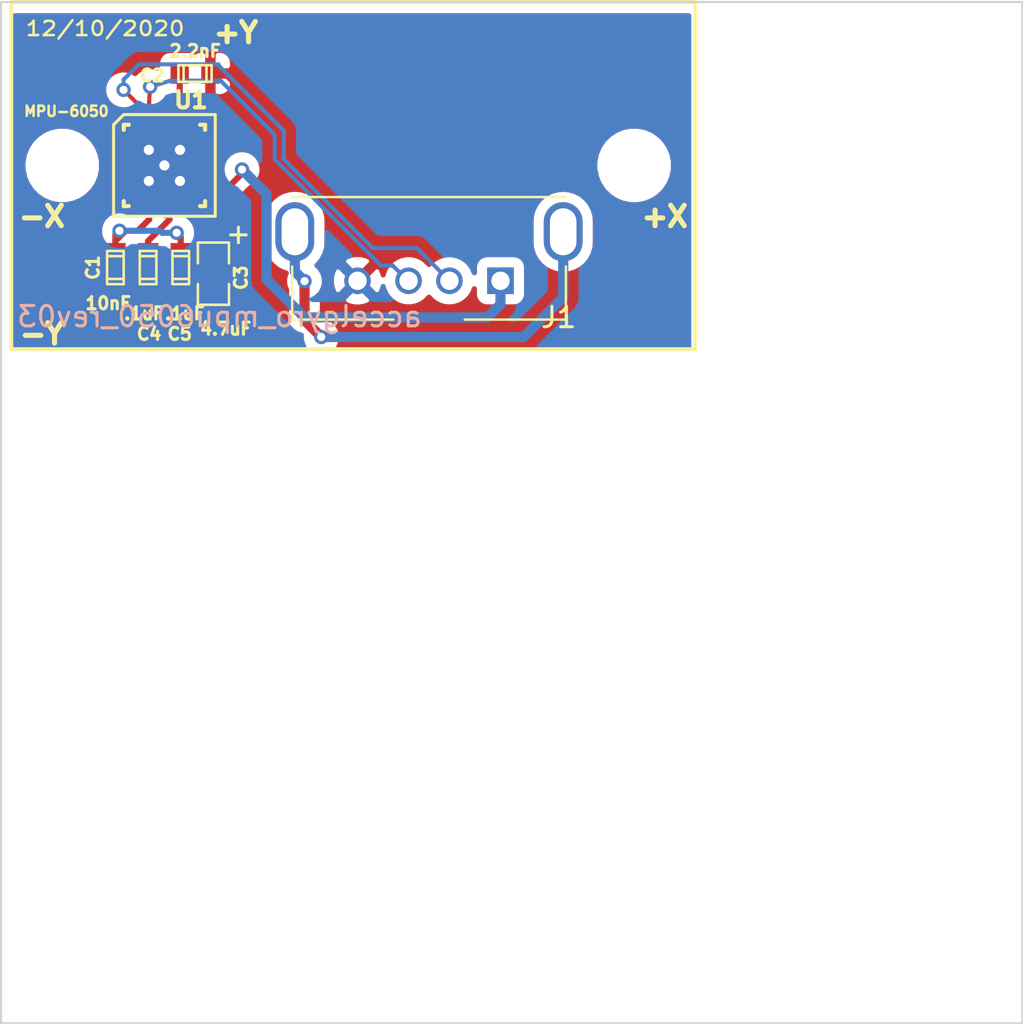
<source format=kicad_pcb>
(kicad_pcb (version 20171130) (host pcbnew 5.1.5-52549c5~86~ubuntu18.04.1)

  (general
    (thickness 1.6)
    (drawings 14)
    (tracks 98)
    (zones 0)
    (modules 9)
    (nets 8)
  )

  (page A)
  (layers
    (0 F.Cu signal)
    (31 B.Cu signal)
    (32 B.Adhes user)
    (33 F.Adhes user)
    (34 B.Paste user)
    (35 F.Paste user)
    (36 B.SilkS user)
    (37 F.SilkS user)
    (38 B.Mask user)
    (39 F.Mask user)
    (40 Dwgs.User user)
    (41 Cmts.User user)
    (42 Eco1.User user)
    (43 Eco2.User user)
    (44 Edge.Cuts user)
  )

  (setup
    (last_trace_width 0.5)
    (user_trace_width 0.1)
    (user_trace_width 0.15)
    (user_trace_width 0.2)
    (user_trace_width 0.25)
    (user_trace_width 0.3)
    (user_trace_width 0.35)
    (user_trace_width 0.4)
    (user_trace_width 0.5)
    (user_trace_width 0.6)
    (user_trace_width 0.7)
    (user_trace_width 0.8)
    (user_trace_width 1)
    (trace_clearance 0.05)
    (zone_clearance 0.5)
    (zone_45_only no)
    (trace_min 0.1)
    (via_size 0.7)
    (via_drill 0.4)
    (via_min_size 0.7)
    (via_min_drill 0.4)
    (uvia_size 0.4)
    (uvia_drill 0.127)
    (uvias_allowed no)
    (uvia_min_size 0.4)
    (uvia_min_drill 0.127)
    (edge_width 0.1)
    (segment_width 0.2)
    (pcb_text_width 0.3)
    (pcb_text_size 1.5 1.5)
    (mod_edge_width 0.15)
    (mod_text_size 1 1)
    (mod_text_width 0.15)
    (pad_size 0.6 0.6)
    (pad_drill 0.3)
    (pad_to_mask_clearance 0)
    (aux_axis_origin 0 0)
    (visible_elements 7FFFFFFF)
    (pcbplotparams
      (layerselection 0x000fc_80000001)
      (usegerberextensions true)
      (usegerberattributes false)
      (usegerberadvancedattributes false)
      (creategerberjobfile false)
      (excludeedgelayer true)
      (linewidth 0.150000)
      (plotframeref false)
      (viasonmask false)
      (mode 1)
      (useauxorigin false)
      (hpglpennumber 1)
      (hpglpenspeed 20)
      (hpglpendiameter 15.000000)
      (psnegative false)
      (psa4output false)
      (plotreference true)
      (plotvalue true)
      (plotinvisibletext false)
      (padsonsilk false)
      (subtractmaskfromsilk false)
      (outputformat 1)
      (mirror false)
      (drillshape 0)
      (scaleselection 1)
      (outputdirectory "PCB/"))
  )

  (net 0 "")
  (net 1 GND)
  (net 2 SCL)
  (net 3 SDA)
  (net 4 Vdd)
  (net 5 "Net-(C2-Pad1)")
  (net 6 "Net-(C4-Pad1)")
  (net 7 "Net-(J1-Pad5)")

  (net_class Default "This is the default net class."
    (clearance 0.05)
    (trace_width 0.5)
    (via_dia 0.7)
    (via_drill 0.4)
    (uvia_dia 0.4)
    (uvia_drill 0.127)
    (add_net GND)
    (add_net "Net-(C2-Pad1)")
    (add_net "Net-(C4-Pad1)")
    (add_net "Net-(J1-Pad5)")
    (add_net SCL)
    (add_net SDA)
    (add_net Vdd)
  )

  (module ted_connectors:TED_USB_A_VERTICAL (layer F.Cu) (tedit 5FD3189F) (tstamp 5FD320AB)
    (at 155.956 104.648 180)
    (descr https://www.molex.com/pdm_docs/sd/1050570001_sd.pdf)
    (tags "USB A Vertical")
    (path /60286078)
    (fp_text reference J1 (at -6.35 -2.794) (layer F.SilkS)
      (effects (font (size 1 1) (thickness 0.15)))
    )
    (fp_text value USB_A (at 0 4.4) (layer F.Fab)
      (effects (font (size 1 1) (thickness 0.15)))
    )
    (fp_text user %R (at -0.05 -0.15) (layer F.Fab)
      (effects (font (size 1 1) (thickness 0.15)))
    )
    (fp_line (start -6.55 -2.76) (end 6.55 -2.76) (layer F.Fab) (width 0.1))
    (fp_line (start 6.55 -2.76) (end 6.55 2.96) (layer F.Fab) (width 0.1))
    (fp_line (start -6.55 2.96) (end -6.55 -2.76) (layer F.Fab) (width 0.1))
    (fp_line (start 8.02 -4.23) (end 8.02 3.46) (layer F.CrtYd) (width 0.05))
    (fp_line (start 8.02 3.46) (end -8.02 3.46) (layer F.CrtYd) (width 0.05))
    (fp_line (start -8.02 3.46) (end -8.02 -4.23) (layer F.CrtYd) (width 0.05))
    (fp_line (start -8.02 -4.23) (end 8.02 -4.23) (layer F.CrtYd) (width 0.05))
    (fp_line (start -4.15 2.96) (end -3.5 2.2) (layer F.Fab) (width 0.1))
    (fp_line (start -3.5 2.2) (end -2.85 2.96) (layer F.Fab) (width 0.1))
    (fp_line (start -4.15 2.96) (end -6.55 2.96) (layer F.Fab) (width 0.1))
    (fp_line (start 6.55 2.96) (end -2.85 2.96) (layer F.Fab) (width 0.1))
    (fp_line (start -6.7 -2.9) (end -1.75 -2.9) (layer F.SilkS) (width 0.12))
    (fp_line (start -6.7 -2.9) (end -6.7 -0.3) (layer F.SilkS) (width 0.12))
    (fp_line (start 6.7 -2.9) (end 6.7 -0.3) (layer F.SilkS) (width 0.12))
    (fp_line (start 6.7 -2.9) (end 1.75 -2.9) (layer F.SilkS) (width 0.12))
    (fp_line (start 6.7 3.1) (end -6.7 3.1) (layer F.SilkS) (width 0.12))
    (pad 1 thru_hole rect (at -3.5 -1 180) (size 1.3 1.3) (drill 0.9) (layers *.Cu *.Mask)
      (net 4 Vdd))
    (pad 2 thru_hole circle (at -1 -1 180) (size 1.3 1.3) (drill 0.9) (layers *.Cu *.Mask)
      (net 3 SDA))
    (pad 3 thru_hole circle (at 1 -1 180) (size 1.3 1.3) (drill 0.9) (layers *.Cu *.Mask)
      (net 2 SCL))
    (pad 4 thru_hole circle (at 3.5 -1 180) (size 1.3 1.3) (drill 0.9) (layers *.Cu *.Mask)
      (net 1 GND))
    (pad 5 thru_hole oval (at -6.57 1.4) (size 1.9 2.9) (drill oval 1.3 2.3) (layers *.Cu *.Mask)
      (net 7 "Net-(J1-Pad5)"))
    (pad 5 thru_hole oval (at 6.57 1.4 180) (size 1.9 2.9) (drill oval 1.3 2.3) (layers *.Cu *.Mask)
      (net 7 "Net-(J1-Pad5)"))
    (model ${KISYS3DMOD}/Connector_USB.3dshapes/USB_A_Molex_105057_Vertical.wrl
      (at (xyz 0 0 0))
      (scale (xyz 1 1 1))
      (rotate (xyz 0 0 0))
    )
  )

  (module ted_holes:TED_Hole_2_6mm (layer F.Cu) (tedit 0) (tstamp 539CCC63)
    (at 138 100)
    (path /5365C78C)
    (fp_text reference H1 (at -0.05 -2.425) (layer F.SilkS) hide
      (effects (font (size 1 1) (thickness 0.15)))
    )
    (fp_text value HOLE (at 0.25 2.6) (layer F.SilkS) hide
      (effects (font (size 1 1) (thickness 0.15)))
    )
    (pad "" np_thru_hole circle (at 0 0) (size 2.6 2.6) (drill 2.6) (layers *.Cu *.Mask F.SilkS))
  )

  (module ted_holes:TED_Hole_2_6mm (layer F.Cu) (tedit 0) (tstamp 539CBF88)
    (at 166 100)
    (path /539CBE67)
    (fp_text reference H2 (at -0.05 -2.425) (layer F.SilkS) hide
      (effects (font (size 1 1) (thickness 0.15)))
    )
    (fp_text value HOLE (at 0.25 2.6) (layer F.SilkS) hide
      (effects (font (size 1 1) (thickness 0.15)))
    )
    (pad "" np_thru_hole circle (at 0 0) (size 2.6 2.6) (drill 2.6) (layers *.Cu *.Mask F.SilkS))
  )

  (module ted_capacitors:TED_SM0603_C (layer F.Cu) (tedit 5BF5AC07) (tstamp 566C9EAA)
    (at 140.6 105 270)
    (descr "SMT capacitor, 0603")
    (path /52959381)
    (fp_text reference C1 (at 0 1.1 270) (layer F.SilkS)
      (effects (font (size 0.6 0.6) (thickness 0.15)))
    )
    (fp_text value 10nF (at 1.75 0.35) (layer F.SilkS)
      (effects (font (size 0.6 0.6) (thickness 0.15)))
    )
    (fp_line (start 0.5588 0.4064) (end 0.5588 -0.4064) (layer F.SilkS) (width 0.127))
    (fp_line (start -0.5588 -0.381) (end -0.5588 0.4064) (layer F.SilkS) (width 0.127))
    (fp_line (start -0.8128 -0.4064) (end 0.8128 -0.4064) (layer F.SilkS) (width 0.127))
    (fp_line (start 0.8128 -0.4064) (end 0.8128 0.4064) (layer F.SilkS) (width 0.127))
    (fp_line (start 0.8128 0.4064) (end -0.8128 0.4064) (layer F.SilkS) (width 0.127))
    (fp_line (start -0.8128 0.4064) (end -0.8128 -0.4064) (layer F.SilkS) (width 0.127))
    (pad 2 smd rect (at 0.75184 0 270) (size 0.89916 1.00076) (layers F.Cu F.Paste F.Mask)
      (net 1 GND) (clearance 0.1))
    (pad 1 smd rect (at -0.75184 0 270) (size 0.89916 1.00076) (layers F.Cu F.Paste F.Mask)
      (net 4 Vdd) (clearance 0.1))
    (model smd/capacitors/c_0603.wrl
      (at (xyz 0 0 0))
      (scale (xyz 1 1 1))
      (rotate (xyz 0 0 0))
    )
  )

  (module ted_capacitors:TED_SM0603_C (layer F.Cu) (tedit 5BF5AA08) (tstamp 566C9EB5)
    (at 144.5 95.5)
    (descr "SMT capacitor, 0603")
    (path /57C66146)
    (fp_text reference C2 (at -2.1 0.1) (layer F.SilkS)
      (effects (font (size 0.6 0.6) (thickness 0.15)))
    )
    (fp_text value 2.2nF (at 0 -1.1 180) (layer F.SilkS)
      (effects (font (size 0.6 0.6) (thickness 0.15)))
    )
    (fp_line (start 0.5588 0.4064) (end 0.5588 -0.4064) (layer F.SilkS) (width 0.127))
    (fp_line (start -0.5588 -0.381) (end -0.5588 0.4064) (layer F.SilkS) (width 0.127))
    (fp_line (start -0.8128 -0.4064) (end 0.8128 -0.4064) (layer F.SilkS) (width 0.127))
    (fp_line (start 0.8128 -0.4064) (end 0.8128 0.4064) (layer F.SilkS) (width 0.127))
    (fp_line (start 0.8128 0.4064) (end -0.8128 0.4064) (layer F.SilkS) (width 0.127))
    (fp_line (start -0.8128 0.4064) (end -0.8128 -0.4064) (layer F.SilkS) (width 0.127))
    (pad 2 smd rect (at 0.75184 0) (size 0.89916 1.00076) (layers F.Cu F.Paste F.Mask)
      (net 1 GND) (clearance 0.1))
    (pad 1 smd rect (at -0.75184 0) (size 0.89916 1.00076) (layers F.Cu F.Paste F.Mask)
      (net 5 "Net-(C2-Pad1)") (clearance 0.1))
    (model smd/capacitors/c_0603.wrl
      (at (xyz 0 0 0))
      (scale (xyz 1 1 1))
      (rotate (xyz 0 0 0))
    )
  )

  (module ted_capacitors:TED_SM0603_C (layer F.Cu) (tedit 5BF5AC1D) (tstamp 566C9EC0)
    (at 142.2 105 270)
    (descr "SMT capacitor, 0603")
    (path /52A5541B)
    (fp_text reference C4 (at 3.25 -0.05) (layer F.SilkS)
      (effects (font (size 0.6 0.6) (thickness 0.15)))
    )
    (fp_text value .1uF (at 2.25 0.2) (layer F.SilkS)
      (effects (font (size 0.6 0.6) (thickness 0.15)))
    )
    (fp_line (start 0.5588 0.4064) (end 0.5588 -0.4064) (layer F.SilkS) (width 0.127))
    (fp_line (start -0.5588 -0.381) (end -0.5588 0.4064) (layer F.SilkS) (width 0.127))
    (fp_line (start -0.8128 -0.4064) (end 0.8128 -0.4064) (layer F.SilkS) (width 0.127))
    (fp_line (start 0.8128 -0.4064) (end 0.8128 0.4064) (layer F.SilkS) (width 0.127))
    (fp_line (start 0.8128 0.4064) (end -0.8128 0.4064) (layer F.SilkS) (width 0.127))
    (fp_line (start -0.8128 0.4064) (end -0.8128 -0.4064) (layer F.SilkS) (width 0.127))
    (pad 2 smd rect (at 0.75184 0 270) (size 0.89916 1.00076) (layers F.Cu F.Paste F.Mask)
      (net 1 GND) (clearance 0.1))
    (pad 1 smd rect (at -0.75184 0 270) (size 0.89916 1.00076) (layers F.Cu F.Paste F.Mask)
      (net 6 "Net-(C4-Pad1)") (clearance 0.1))
    (model smd/capacitors/c_0603.wrl
      (at (xyz 0 0 0))
      (scale (xyz 1 1 1))
      (rotate (xyz 0 0 0))
    )
  )

  (module ted_capacitors:TED_SM0603_C (layer F.Cu) (tedit 5BF5AC1A) (tstamp 57C79B6F)
    (at 143.8 105 270)
    (descr "SMT capacitor, 0603")
    (path /57C65F54)
    (fp_text reference C5 (at 3.25 0.05) (layer F.SilkS)
      (effects (font (size 0.6 0.6) (thickness 0.15)))
    )
    (fp_text value .1uF (at 2.25 -0.2) (layer F.SilkS)
      (effects (font (size 0.6 0.6) (thickness 0.15)))
    )
    (fp_line (start 0.5588 0.4064) (end 0.5588 -0.4064) (layer F.SilkS) (width 0.127))
    (fp_line (start -0.5588 -0.381) (end -0.5588 0.4064) (layer F.SilkS) (width 0.127))
    (fp_line (start -0.8128 -0.4064) (end 0.8128 -0.4064) (layer F.SilkS) (width 0.127))
    (fp_line (start 0.8128 -0.4064) (end 0.8128 0.4064) (layer F.SilkS) (width 0.127))
    (fp_line (start 0.8128 0.4064) (end -0.8128 0.4064) (layer F.SilkS) (width 0.127))
    (fp_line (start -0.8128 0.4064) (end -0.8128 -0.4064) (layer F.SilkS) (width 0.127))
    (pad 2 smd rect (at 0.75184 0 270) (size 0.89916 1.00076) (layers F.Cu F.Paste F.Mask)
      (net 1 GND) (clearance 0.1))
    (pad 1 smd rect (at -0.75184 0 270) (size 0.89916 1.00076) (layers F.Cu F.Paste F.Mask)
      (net 4 Vdd) (clearance 0.1))
    (model smd/capacitors/c_0603.wrl
      (at (xyz 0 0 0))
      (scale (xyz 1 1 1))
      (rotate (xyz 0 0 0))
    )
  )

  (module ted_ICs:TED_QFN24+1_NO_PASTE (layer F.Cu) (tedit 5BF5AA04) (tstamp 57C79B70)
    (at 143 100)
    (path /57C65137)
    (fp_text reference U1 (at 1.3 -3.2) (layer F.SilkS)
      (effects (font (size 0.8 0.8) (thickness 0.2)))
    )
    (fp_text value MPU-6050 (at -4.8 -2.65) (layer F.SilkS)
      (effects (font (size 0.5 0.5) (thickness 0.125)))
    )
    (fp_line (start -1.99136 -2.4892) (end 2.4892 -2.4892) (layer F.SilkS) (width 0.14986))
    (fp_line (start -2.4892 -1.99136) (end -2.4892 2.4892) (layer F.SilkS) (width 0.14986))
    (fp_line (start -2.4892 -1.99136) (end -1.99136 -2.4892) (layer F.SilkS) (width 0.14986))
    (fp_line (start -1.99136 -1.74244) (end -1.99136 -1.99136) (layer F.SilkS) (width 0.20066))
    (fp_line (start -1.99136 -1.99136) (end -1.74244 -1.99136) (layer F.SilkS) (width 0.20066))
    (fp_line (start -1.74244 1.99136) (end -1.99136 1.99136) (layer F.SilkS) (width 0.20066))
    (fp_line (start -1.99136 1.99136) (end -1.99136 1.74244) (layer F.SilkS) (width 0.20066))
    (fp_line (start 1.99136 1.74244) (end 1.99136 1.99136) (layer F.SilkS) (width 0.20066))
    (fp_line (start 1.99136 1.99136) (end 1.74244 1.99136) (layer F.SilkS) (width 0.20066))
    (fp_line (start 1.74244 -1.99136) (end 1.99136 -1.99136) (layer F.SilkS) (width 0.20066))
    (fp_line (start 1.99136 -1.99136) (end 1.99136 -1.74244) (layer F.SilkS) (width 0.20066))
    (fp_line (start 2.4892 2.4892) (end -2.4892 2.4892) (layer F.SilkS) (width 0.14986))
    (fp_line (start 2.4892 -2.4892) (end 2.4892 2.4892) (layer F.SilkS) (width 0.14986))
    (pad 25 smd rect (at 0 0 270) (size 2.49936 2.49936) (layers F.Cu F.Mask)
      (net 1 GND) (zone_connect 2))
    (pad 1 smd oval (at -1.99898 -1.24968) (size 0.8001 0.24892) (layers F.Cu F.Paste F.Mask)
      (net 1 GND))
    (pad 2 smd oval (at -1.99898 -0.7493) (size 0.8001 0.24892) (layers F.Cu F.Paste F.Mask))
    (pad 3 smd oval (at -1.99898 -0.24892) (size 0.8001 0.24892) (layers F.Cu F.Paste F.Mask))
    (pad 4 smd oval (at -1.99898 0.24892) (size 0.8001 0.24892) (layers F.Cu F.Paste F.Mask))
    (pad 5 smd oval (at -1.99898 0.7493) (size 0.8001 0.24892) (layers F.Cu F.Paste F.Mask))
    (pad 6 smd oval (at -1.99898 1.24968) (size 0.8001 0.24892) (layers F.Cu F.Paste F.Mask))
    (pad 7 smd oval (at -1.24968 1.99898 90) (size 0.8001 0.24892) (layers F.Cu F.Paste F.Mask))
    (pad 8 smd oval (at -0.7493 1.99898 90) (size 0.8001 0.24892) (layers F.Cu F.Paste F.Mask)
      (net 4 Vdd))
    (pad 9 smd oval (at -0.24892 1.99898 90) (size 0.8001 0.24892) (layers F.Cu F.Paste F.Mask)
      (net 1 GND))
    (pad 10 smd oval (at 0.24892 1.99898 90) (size 0.8001 0.24892) (layers F.Cu F.Paste F.Mask)
      (net 6 "Net-(C4-Pad1)"))
    (pad 11 smd oval (at 0.7493 1.99898 90) (size 0.8001 0.24892) (layers F.Cu F.Paste F.Mask)
      (net 1 GND))
    (pad 12 smd oval (at 1.24968 1.99898 90) (size 0.8001 0.24892) (layers F.Cu F.Paste F.Mask))
    (pad 13 smd oval (at 1.99898 1.24968 180) (size 0.8001 0.24892) (layers F.Cu F.Paste F.Mask)
      (net 4 Vdd))
    (pad 14 smd oval (at 1.99898 0.7493 180) (size 0.8001 0.24892) (layers F.Cu F.Paste F.Mask))
    (pad 15 smd oval (at 1.99898 0.24892 180) (size 0.8001 0.24892) (layers F.Cu F.Paste F.Mask))
    (pad 16 smd oval (at 1.99898 -0.24892 180) (size 0.8001 0.24892) (layers F.Cu F.Paste F.Mask))
    (pad 17 smd oval (at 1.99898 -0.7493 180) (size 0.8001 0.24892) (layers F.Cu F.Paste F.Mask))
    (pad 18 smd oval (at 1.99898 -1.24968 180) (size 0.8001 0.24892) (layers F.Cu F.Paste F.Mask)
      (net 1 GND))
    (pad 19 smd oval (at 1.24968 -1.99898 270) (size 0.8001 0.24892) (layers F.Cu F.Paste F.Mask))
    (pad 20 smd oval (at 0.7493 -1.99898 270) (size 0.8001 0.24892) (layers F.Cu F.Paste F.Mask)
      (net 5 "Net-(C2-Pad1)"))
    (pad 21 smd oval (at 0.24892 -1.99898 270) (size 0.8001 0.24892) (layers F.Cu F.Paste F.Mask))
    (pad 22 smd oval (at -0.24892 -1.99898 270) (size 0.8001 0.24892) (layers F.Cu F.Paste F.Mask))
    (pad 23 smd oval (at -0.7493 -1.99898 270) (size 0.8001 0.24892) (layers F.Cu F.Paste F.Mask)
      (net 2 SCL))
    (pad 24 smd oval (at -1.24968 -1.99898 270) (size 0.8001 0.24892) (layers F.Cu F.Paste F.Mask)
      (net 3 SDA))
    (pad 25 thru_hole circle (at 0 0 270) (size 0.6 0.6) (drill 0.5) (layers *.Cu)
      (net 1 GND) (zone_connect 2))
    (pad 25 thru_hole circle (at 0.762 -0.762 270) (size 0.6 0.6) (drill 0.5) (layers *.Cu)
      (net 1 GND) (zone_connect 2))
    (pad 25 thru_hole circle (at -0.762 -0.762 270) (size 0.6 0.6) (drill 0.5) (layers *.Cu)
      (net 1 GND) (zone_connect 2))
    (pad 25 thru_hole circle (at 0.762 0.762 270) (size 0.6 0.6) (drill 0.5) (layers *.Cu)
      (net 1 GND) (zone_connect 2))
    (pad 25 thru_hole circle (at -0.762 0.762 270) (size 0.6 0.6) (drill 0.5) (layers *.Cu)
      (net 1 GND) (zone_connect 2))
    (pad 25 smd rect (at 0 0 270) (size 2.49936 2.49936) (layers B.Cu B.Mask)
      (net 1 GND) (zone_connect 2))
    (model smd/qfn24.wrl
      (at (xyz 0 0 0))
      (scale (xyz 1 1 1))
      (rotate (xyz 0 0 0))
    )
  )

  (module ted_capacitors:TED_SM2012_0805_ELEC_C (layer F.Cu) (tedit 5BF5ABDC) (tstamp 593DCF3E)
    (at 145.4 105.3 270)
    (path /54A72EF7)
    (attr smd)
    (fp_text reference C3 (at 0.2 -1.35 270) (layer F.SilkS)
      (effects (font (size 0.6 0.6) (thickness 0.15)))
    )
    (fp_text value 4.7uF (at 2.7 -0.6 180) (layer F.SilkS)
      (effects (font (size 0.6 0.6) (thickness 0.15)))
    )
    (fp_text user + (at -1.9 -1.15 270) (layer F.SilkS)
      (effects (font (size 1 1) (thickness 0.15)))
    )
    (fp_line (start -0.508 0.762) (end -1.524 0.762) (layer F.SilkS) (width 0.127))
    (fp_line (start -1.524 0.762) (end -1.524 -0.762) (layer F.SilkS) (width 0.127))
    (fp_line (start -1.524 -0.762) (end -0.508 -0.762) (layer F.SilkS) (width 0.127))
    (fp_line (start 0.508 -0.762) (end 1.524 -0.762) (layer F.SilkS) (width 0.127))
    (fp_line (start 1.524 -0.762) (end 1.524 0.762) (layer F.SilkS) (width 0.127))
    (fp_line (start 1.524 0.762) (end 0.508 0.762) (layer F.SilkS) (width 0.127))
    (pad 1 smd rect (at -0.9525 0 270) (size 0.889 1.397) (layers F.Cu F.Paste F.Mask)
      (net 4 Vdd))
    (pad 2 smd rect (at 0.9525 0 270) (size 0.889 1.397) (layers F.Cu F.Paste F.Mask)
      (net 1 GND))
    (model smd/chip_cms.wrl
      (at (xyz 0 0 0))
      (scale (xyz 0.1 0.1 0.1))
      (rotate (xyz 0 0 0))
    )
  )

  (gr_text +Y (at 146.5 93.5) (layer F.SilkS) (tstamp 5BF5AB46)
    (effects (font (size 1 1) (thickness 0.25)))
  )
  (gr_line (start 169 92) (end 135.5 92) (angle 90) (layer F.SilkS) (width 0.2))
  (gr_line (start 169 109) (end 169 92) (angle 90) (layer F.SilkS) (width 0.2))
  (gr_line (start 135.5 109) (end 169 109) (angle 90) (layer F.SilkS) (width 0.2))
  (gr_line (start 135.5 92) (end 135.5 109) (angle 90) (layer F.SilkS) (width 0.2))
  (gr_line (start 135 142) (end 185 142) (angle 90) (layer Edge.Cuts) (width 0.1))
  (gr_line (start 185 92) (end 185 142) (angle 90) (layer Edge.Cuts) (width 0.1))
  (gr_line (start 135 92) (end 185 92) (angle 90) (layer Edge.Cuts) (width 0.1))
  (gr_line (start 135 92) (end 135 142) (angle 90) (layer Edge.Cuts) (width 0.1))
  (gr_text 12/10/2020 (at 140.1 93.3) (layer F.SilkS)
    (effects (font (size 0.7 0.8) (thickness 0.125)))
  )
  (gr_text -X (at 137 102.5) (layer F.SilkS)
    (effects (font (size 1 1) (thickness 0.25)))
  )
  (gr_text +X (at 167.5 102.5) (layer F.SilkS)
    (effects (font (size 1 1) (thickness 0.25)))
  )
  (gr_text -Y (at 137 108.25) (layer F.SilkS)
    (effects (font (size 1 1) (thickness 0.25)))
  )
  (gr_text accelgyro_mpu6050_rev03 (at 145.7 107.4) (layer B.SilkS)
    (effects (font (size 1 1) (thickness 0.15)) (justify mirror))
  )

  (segment (start 144.24968 98.75032) (end 143 100) (width 0.3) (layer F.Cu) (net 1) (tstamp 5BF5A8A7) (status 30))
  (segment (start 141.75032 98.75032) (end 143 100) (width 0.3) (layer F.Cu) (net 1) (tstamp 5BF5A8A4) (status 30))
  (segment (start 143.14925 100) (end 143 100) (width 0.2) (layer F.Cu) (net 1) (status 30))
  (segment (start 144.39893 98.75032) (end 143.14925 100) (width 0.2) (layer F.Cu) (net 1) (status 20))
  (segment (start 144.99898 98.75032) (end 144.39893 98.75032) (width 0.2) (layer F.Cu) (net 1) (status 10))
  (segment (start 141.75032 98.75032) (end 142.238 99.238) (width 0.2) (layer F.Cu) (net 1) (status 30))
  (segment (start 141.00102 98.75032) (end 141.75032 98.75032) (width 0.2) (layer F.Cu) (net 1) (status 30))
  (segment (start 142.75108 100.24892) (end 143 100) (width 0.2) (layer F.Cu) (net 1) (status 30))
  (segment (start 142.75108 101.99898) (end 142.75108 100.24892) (width 0.2) (layer F.Cu) (net 1) (status 30))
  (segment (start 143.7493 100.7493) (end 143 100) (width 0.2) (layer F.Cu) (net 1) (status 30))
  (segment (start 143.7493 101.99898) (end 143.7493 100.7493) (width 0.2) (layer F.Cu) (net 1) (status 30))
  (segment (start 145.4 107.197) (end 145.4 106.2525) (width 0.5) (layer F.Cu) (net 1) (status 20))
  (segment (start 145.4 107.197) (end 145.147 107.45) (width 0.5) (layer F.Cu) (net 1))
  (segment (start 143.8 107.2) (end 143.8 105.75184) (width 0.5) (layer F.Cu) (net 1) (status 20))
  (segment (start 144.05 107.45) (end 143.8 107.2) (width 0.5) (layer F.Cu) (net 1))
  (segment (start 144.55 107.45) (end 144.05 107.45) (width 0.5) (layer F.Cu) (net 1))
  (segment (start 145.147 107.45) (end 144.55 107.45) (width 0.5) (layer F.Cu) (net 1))
  (segment (start 142.2 107.2) (end 142.2 105.75184) (width 0.5) (layer F.Cu) (net 1) (status 20))
  (segment (start 142.45 107.45) (end 142.2 107.2) (width 0.5) (layer F.Cu) (net 1))
  (segment (start 143.3 107.45) (end 142.45 107.45) (width 0.5) (layer F.Cu) (net 1))
  (segment (start 143.3 107.45) (end 141.25 107.45) (width 0.5) (layer F.Cu) (net 1))
  (segment (start 144.55 107.45) (end 143.3 107.45) (width 0.5) (layer F.Cu) (net 1))
  (segment (start 140.6 106.8) (end 140.6 105.75184) (width 0.5) (layer F.Cu) (net 1) (status 20))
  (segment (start 141.25 107.45) (end 140.6 106.8) (width 0.5) (layer F.Cu) (net 1))
  (segment (start 145.90142 95.5) (end 146.55 96.14858) (width 0.2) (layer F.Cu) (net 1))
  (segment (start 145.25184 95.5) (end 145.90142 95.5) (width 0.2) (layer F.Cu) (net 1) (status 10))
  (segment (start 146.55 96.14858) (end 146.55 98.15) (width 0.2) (layer F.Cu) (net 1))
  (segment (start 145.94968 98.75032) (end 144.99898 98.75032) (width 0.2) (layer F.Cu) (net 1) (status 20))
  (segment (start 146.55 98.15) (end 145.94968 98.75032) (width 0.2) (layer F.Cu) (net 1))
  (segment (start 142.3 96.15) (end 142.2507 96.8993) (width 0.2) (layer F.Cu) (net 2))
  (segment (start 142.2507 96.8993) (end 142.2507 98.00102) (width 0.2) (layer F.Cu) (net 2) (status 20))
  (via (at 142.3 96.15) (size 0.7) (drill 0.4) (layers F.Cu B.Cu) (net 2))
  (segment (start 143.3 95.85) (end 142.3 96.15) (width 0.2) (layer B.Cu) (net 2))
  (segment (start 154.924 105.648) (end 154.178 104.902) (width 0.2) (layer B.Cu) (net 2))
  (segment (start 153.602 104.902) (end 148.4 99.7) (width 0.2) (layer B.Cu) (net 2))
  (segment (start 148.4 99.7) (end 148.4 98.5) (width 0.2) (layer B.Cu) (net 2))
  (segment (start 154.956 105.648) (end 154.924 105.648) (width 0.2) (layer B.Cu) (net 2))
  (segment (start 154.178 104.902) (end 153.602 104.902) (width 0.2) (layer B.Cu) (net 2))
  (segment (start 145.75 95.85) (end 143.3 95.85) (width 0.2) (layer B.Cu) (net 2))
  (segment (start 148.4 98.5) (end 145.75 95.85) (width 0.2) (layer B.Cu) (net 2))
  (segment (start 141 96.3) (end 141.75032 97.05032) (width 0.2) (layer F.Cu) (net 3))
  (segment (start 141.75032 97.05032) (end 141.75032 98.00102) (width 0.2) (layer F.Cu) (net 3) (status 20))
  (segment (start 141 95.8) (end 141 96.3) (width 0.2) (layer B.Cu) (net 3))
  (segment (start 141.75 95.05) (end 141 95.8) (width 0.2) (layer B.Cu) (net 3))
  (via (at 141 96.3) (size 0.7) (drill 0.4) (layers F.Cu B.Cu) (net 3))
  (segment (start 145.65 95.05) (end 141.75 95.05) (width 0.2) (layer B.Cu) (net 3))
  (segment (start 153.2 104.05) (end 148.8 99.65) (width 0.2) (layer B.Cu) (net 3))
  (segment (start 148.844 99.606) (end 148.8 99.65) (width 0.2) (layer B.Cu) (net 3))
  (segment (start 145.65 95.104) (end 148.844 98.298) (width 0.2) (layer B.Cu) (net 3))
  (segment (start 145.65 95.05) (end 145.65 95.104) (width 0.2) (layer B.Cu) (net 3))
  (segment (start 148.844 98.298) (end 148.844 99.606) (width 0.2) (layer B.Cu) (net 3))
  (segment (start 154.014 104.05) (end 155.358 104.05) (width 0.2) (layer B.Cu) (net 3))
  (segment (start 155.358 104.05) (end 156.956 105.648) (width 0.2) (layer B.Cu) (net 3))
  (segment (start 154.014 104.05) (end 153.2 104.05) (width 0.2) (layer B.Cu) (net 3))
  (via (at 146.8 100.2) (size 0.7) (drill 0.4) (layers F.Cu B.Cu) (net 4))
  (segment (start 140.6 104.24816) (end 140.6 103.4) (width 0.3) (layer F.Cu) (net 4) (status 10))
  (segment (start 143.8 103.5) (end 143.8 104.24816) (width 0.3) (layer F.Cu) (net 4) (tstamp 5BF5A983) (status 20))
  (segment (start 143.6 103.3) (end 143.8 103.5) (width 0.3) (layer F.Cu) (net 4) (tstamp 5BF5A982))
  (via (at 143.6 103.3) (size 0.7) (drill 0.4) (layers F.Cu B.Cu) (net 4))
  (segment (start 142.9 103.3) (end 143.6 103.3) (width 0.3) (layer B.Cu) (net 4) (tstamp 5BF5A980))
  (segment (start 142.8 103.2) (end 142.9 103.3) (width 0.3) (layer B.Cu) (net 4) (tstamp 5BF5A97F))
  (segment (start 140.8 103.2) (end 142.8 103.2) (width 0.3) (layer B.Cu) (net 4) (tstamp 5BF5A97E))
  (via (at 140.8 103.2) (size 0.7) (drill 0.4) (layers F.Cu B.Cu) (net 4))
  (segment (start 140.6 103.4) (end 140.8 103.2) (width 0.3) (layer F.Cu) (net 4) (tstamp 5BF5A97C))
  (segment (start 144.99898 101.24968) (end 145.95032 101.24968) (width 0.3) (layer F.Cu) (net 4) (status 10))
  (segment (start 145.95032 101.24968) (end 146.9 100.3) (width 0.3) (layer F.Cu) (net 4) (tstamp 5BF5A897))
  (segment (start 140.6 103.7) (end 140.6 104.24816) (width 0.3) (layer F.Cu) (net 4) (tstamp 5BF5A760) (status 20))
  (segment (start 141.1 103.2) (end 140.6 103.7) (width 0.3) (layer F.Cu) (net 4) (tstamp 5BF5A75F))
  (segment (start 141.7 103.2) (end 141.1 103.2) (width 0.3) (layer F.Cu) (net 4) (tstamp 5BF5A75E))
  (segment (start 142.2507 102.6493) (end 141.7 103.2) (width 0.3) (layer F.Cu) (net 4) (tstamp 5BF5A75D))
  (segment (start 142.2507 101.99898) (end 142.2507 102.6493) (width 0.3) (layer F.Cu) (net 4) (status 10))
  (segment (start 143.89934 104.3475) (end 143.8 104.24816) (width 0.3) (layer F.Cu) (net 4) (tstamp 5BF5A756) (status 30))
  (segment (start 145.4 104.3475) (end 143.89934 104.3475) (width 0.3) (layer F.Cu) (net 4) (status 30))
  (segment (start 145.4 102.5) (end 145.4 104.3475) (width 0.3) (layer F.Cu) (net 4) (tstamp 5BF5A753) (status 20))
  (segment (start 144.99898 102.09898) (end 145.4 102.5) (width 0.3) (layer F.Cu) (net 4) (tstamp 5BF5A752))
  (segment (start 144.99898 101.24968) (end 144.99898 102.09898) (width 0.3) (layer F.Cu) (net 4) (status 10))
  (segment (start 148 101.4) (end 148 105.582) (width 0.5) (layer B.Cu) (net 4))
  (segment (start 146.8 100.2) (end 148 101.4) (width 0.5) (layer B.Cu) (net 4))
  (segment (start 148 105.582) (end 149.86 107.442) (width 0.5) (layer B.Cu) (net 4))
  (segment (start 158.812 107.442) (end 157.988 107.442) (width 0.5) (layer B.Cu) (net 4))
  (segment (start 159.456 106.798) (end 158.812 107.442) (width 0.5) (layer B.Cu) (net 4))
  (segment (start 159.456 105.648) (end 159.456 106.798) (width 0.5) (layer B.Cu) (net 4))
  (segment (start 149.86 107.442) (end 157.988 107.442) (width 0.5) (layer B.Cu) (net 4))
  (segment (start 143.7493 95.50114) (end 143.74816 95.5) (width 0.3) (layer F.Cu) (net 5) (tstamp 5BF5A74F) (status 30))
  (segment (start 143.7493 98.00102) (end 143.7493 95.50114) (width 0.3) (layer F.Cu) (net 5) (status 30))
  (segment (start 142.2 103.7) (end 142.2 104.24816) (width 0.3) (layer F.Cu) (net 6) (tstamp 5BF5A75A) (status 20))
  (segment (start 143.24892 102.65108) (end 142.2 103.7) (width 0.3) (layer F.Cu) (net 6) (tstamp 5BF5A759))
  (segment (start 143.24892 101.99898) (end 143.24892 102.65108) (width 0.3) (layer F.Cu) (net 6) (status 10))
  (segment (start 160.216 108.4) (end 160.586 108.4) (width 0.5) (layer B.Cu) (net 7))
  (segment (start 162.526 106.46) (end 162.526 103.248) (width 0.5) (layer B.Cu) (net 7))
  (segment (start 160.586 108.4) (end 162.526 106.46) (width 0.5) (layer B.Cu) (net 7))
  (segment (start 149.386 103.248) (end 149.386 105.19) (width 0.5) (layer B.Cu) (net 7))
  (via (at 149.86 105.664) (size 0.7) (drill 0.4) (layers F.Cu B.Cu) (net 7))
  (segment (start 149.386 105.19) (end 149.86 105.664) (width 0.5) (layer B.Cu) (net 7))
  (via (at 150.68 108.4) (size 0.7) (drill 0.4) (layers F.Cu B.Cu) (net 7))
  (segment (start 149.86 107.58) (end 150.68 108.4) (width 0.5) (layer F.Cu) (net 7))
  (segment (start 149.86 105.664) (end 149.86 107.58) (width 0.5) (layer F.Cu) (net 7))
  (segment (start 150.68 108.4) (end 160.216 108.4) (width 0.5) (layer B.Cu) (net 7))

  (zone (net 1) (net_name GND) (layer B.Cu) (tstamp 5FD321D9) (hatch edge 0.508)
    (connect_pads (clearance 0.5))
    (min_thickness 0.254)
    (fill yes (arc_segments 16) (thermal_gap 0.508) (thermal_bridge_width 0.508))
    (polygon
      (pts
        (xy 135.2 91.9) (xy 168.8 91.9) (xy 168.8 109) (xy 135.2 109)
      )
    )
    (filled_polygon
      (pts
        (xy 168.673 108.873) (xy 161.353265 108.873) (xy 163.115669 107.110596) (xy 163.149133 107.083133) (xy 163.258727 106.949592)
        (xy 163.340162 106.797237) (xy 163.39031 106.631922) (xy 163.403 106.503079) (xy 163.403 106.50307) (xy 163.407242 106.460001)
        (xy 163.403 106.416931) (xy 163.403 105.067375) (xy 163.406373 105.065572) (xy 163.646503 104.868503) (xy 163.843572 104.628373)
        (xy 163.990007 104.354412) (xy 164.080182 104.057146) (xy 164.103 103.825469) (xy 164.103 102.670531) (xy 164.080182 102.438854)
        (xy 163.990007 102.141588) (xy 163.843572 101.867627) (xy 163.646503 101.627497) (xy 163.406372 101.430428) (xy 163.132411 101.283993)
        (xy 162.835145 101.193818) (xy 162.526 101.16337) (xy 162.216854 101.193818) (xy 161.919588 101.283993) (xy 161.645627 101.430428)
        (xy 161.405497 101.627497) (xy 161.208428 101.867628) (xy 161.061993 102.141589) (xy 160.971818 102.438855) (xy 160.949 102.670532)
        (xy 160.949 103.825469) (xy 160.971818 104.057146) (xy 161.061993 104.354412) (xy 161.208428 104.628373) (xy 161.405498 104.868503)
        (xy 161.645628 105.065572) (xy 161.649 105.067375) (xy 161.649 106.096735) (xy 160.222735 107.523) (xy 159.971265 107.523)
        (xy 160.045668 107.448597) (xy 160.079133 107.421133) (xy 160.188727 107.287592) (xy 160.270162 107.135237) (xy 160.32031 106.969922)
        (xy 160.322313 106.949591) (xy 160.328607 106.885686) (xy 160.347103 106.880075) (xy 160.456028 106.821853) (xy 160.551501 106.743501)
        (xy 160.629853 106.648028) (xy 160.688075 106.539103) (xy 160.723927 106.420913) (xy 160.736033 106.298) (xy 160.736033 104.998)
        (xy 160.723927 104.875087) (xy 160.688075 104.756897) (xy 160.629853 104.647972) (xy 160.551501 104.552499) (xy 160.456028 104.474147)
        (xy 160.347103 104.415925) (xy 160.228913 104.380073) (xy 160.106 104.367967) (xy 158.806 104.367967) (xy 158.683087 104.380073)
        (xy 158.564897 104.415925) (xy 158.455972 104.474147) (xy 158.360499 104.552499) (xy 158.282147 104.647972) (xy 158.223925 104.756897)
        (xy 158.188073 104.875087) (xy 158.175967 104.998) (xy 158.175967 105.256298) (xy 158.087663 105.043114) (xy 157.947911 104.83396)
        (xy 157.77004 104.656089) (xy 157.560886 104.516337) (xy 157.328487 104.420074) (xy 157.081774 104.371) (xy 156.830226 104.371)
        (xy 156.727555 104.391422) (xy 155.897326 103.561194) (xy 155.874554 103.533446) (xy 155.763853 103.442597) (xy 155.637557 103.37509)
        (xy 155.500517 103.33352) (xy 155.393708 103.323) (xy 155.358 103.319483) (xy 155.322292 103.323) (xy 153.501134 103.323)
        (xy 149.98834 99.810207) (xy 164.073 99.810207) (xy 164.073 100.189793) (xy 164.147053 100.562085) (xy 164.292315 100.912777)
        (xy 164.503201 101.228391) (xy 164.771609 101.496799) (xy 165.087223 101.707685) (xy 165.437915 101.852947) (xy 165.810207 101.927)
        (xy 166.189793 101.927) (xy 166.562085 101.852947) (xy 166.912777 101.707685) (xy 167.228391 101.496799) (xy 167.496799 101.228391)
        (xy 167.707685 100.912777) (xy 167.852947 100.562085) (xy 167.927 100.189793) (xy 167.927 99.810207) (xy 167.852947 99.437915)
        (xy 167.707685 99.087223) (xy 167.496799 98.771609) (xy 167.228391 98.503201) (xy 166.912777 98.292315) (xy 166.562085 98.147053)
        (xy 166.189793 98.073) (xy 165.810207 98.073) (xy 165.437915 98.147053) (xy 165.087223 98.292315) (xy 164.771609 98.503201)
        (xy 164.503201 98.771609) (xy 164.292315 99.087223) (xy 164.147053 99.437915) (xy 164.073 99.810207) (xy 149.98834 99.810207)
        (xy 149.571 99.392868) (xy 149.571 98.333707) (xy 149.574517 98.297999) (xy 149.56048 98.155482) (xy 149.51891 98.018443)
        (xy 149.515029 98.011182) (xy 149.451403 97.892147) (xy 149.360553 97.781446) (xy 149.332816 97.758683) (xy 146.302329 94.728197)
        (xy 146.257403 94.644147) (xy 146.166554 94.533446) (xy 146.055853 94.442597) (xy 145.929557 94.37509) (xy 145.792517 94.33352)
        (xy 145.685708 94.323) (xy 145.65 94.319483) (xy 145.614292 94.323) (xy 141.785707 94.323) (xy 141.749999 94.319483)
        (xy 141.607482 94.33352) (xy 141.575587 94.343195) (xy 141.470443 94.37509) (xy 141.344147 94.442597) (xy 141.233446 94.533446)
        (xy 141.210679 94.561189) (xy 140.511189 95.260679) (xy 140.483446 95.283447) (xy 140.392597 95.394148) (xy 140.333511 95.504689)
        (xy 140.32509 95.520444) (xy 140.293399 95.624915) (xy 140.241115 95.677199) (xy 140.134194 95.837217) (xy 140.060546 96.01502)
        (xy 140.023 96.203774) (xy 140.023 96.396226) (xy 140.060546 96.58498) (xy 140.134194 96.762783) (xy 140.241115 96.922801)
        (xy 140.377199 97.058885) (xy 140.537217 97.165806) (xy 140.71502 97.239454) (xy 140.903774 97.277) (xy 141.096226 97.277)
        (xy 141.28498 97.239454) (xy 141.462783 97.165806) (xy 141.622801 97.058885) (xy 141.734508 96.947178) (xy 141.837217 97.015806)
        (xy 142.01502 97.089454) (xy 142.203774 97.127) (xy 142.396226 97.127) (xy 142.58498 97.089454) (xy 142.762783 97.015806)
        (xy 142.922801 96.908885) (xy 143.058885 96.772801) (xy 143.135316 96.658415) (xy 143.406698 96.577) (xy 145.448868 96.577)
        (xy 147.673001 98.801135) (xy 147.673 99.664291) (xy 147.669483 99.7) (xy 147.675439 99.760474) (xy 147.665806 99.737217)
        (xy 147.558885 99.577199) (xy 147.422801 99.441115) (xy 147.262783 99.334194) (xy 147.08498 99.260546) (xy 146.896226 99.223)
        (xy 146.703774 99.223) (xy 146.51502 99.260546) (xy 146.337217 99.334194) (xy 146.177199 99.441115) (xy 146.041115 99.577199)
        (xy 145.934194 99.737217) (xy 145.860546 99.91502) (xy 145.823 100.103774) (xy 145.823 100.296226) (xy 145.860546 100.48498)
        (xy 145.934194 100.662783) (xy 146.041115 100.822801) (xy 146.177199 100.958885) (xy 146.337217 101.065806) (xy 146.487995 101.12826)
        (xy 147.123 101.763265) (xy 147.123001 105.538911) (xy 147.118757 105.582) (xy 147.13569 105.753922) (xy 147.185838 105.919236)
        (xy 147.267274 106.071592) (xy 147.349406 106.171671) (xy 147.349409 106.171674) (xy 147.376868 106.205133) (xy 147.410327 106.232592)
        (xy 149.209403 108.031668) (xy 149.236867 108.065133) (xy 149.370408 108.174727) (xy 149.522763 108.256162) (xy 149.688078 108.30631)
        (xy 149.703 108.30778) (xy 149.703 108.496226) (xy 149.740546 108.68498) (xy 149.814194 108.862783) (xy 149.821021 108.873)
        (xy 135.677 108.873) (xy 135.677 103.103774) (xy 139.823 103.103774) (xy 139.823 103.296226) (xy 139.860546 103.48498)
        (xy 139.934194 103.662783) (xy 140.041115 103.822801) (xy 140.177199 103.958885) (xy 140.337217 104.065806) (xy 140.51502 104.139454)
        (xy 140.703774 104.177) (xy 140.896226 104.177) (xy 141.08498 104.139454) (xy 141.262783 104.065806) (xy 141.39569 103.977)
        (xy 142.518287 103.977) (xy 142.601216 104.021327) (xy 142.747681 104.065757) (xy 142.861834 104.077) (xy 142.861844 104.077)
        (xy 142.899999 104.080758) (xy 142.938155 104.077) (xy 143.00431 104.077) (xy 143.137217 104.165806) (xy 143.31502 104.239454)
        (xy 143.503774 104.277) (xy 143.696226 104.277) (xy 143.88498 104.239454) (xy 144.062783 104.165806) (xy 144.222801 104.058885)
        (xy 144.358885 103.922801) (xy 144.465806 103.762783) (xy 144.539454 103.58498) (xy 144.577 103.396226) (xy 144.577 103.203774)
        (xy 144.539454 103.01502) (xy 144.465806 102.837217) (xy 144.358885 102.677199) (xy 144.222801 102.541115) (xy 144.062783 102.434194)
        (xy 143.88498 102.360546) (xy 143.696226 102.323) (xy 143.503774 102.323) (xy 143.31502 102.360546) (xy 143.137217 102.434194)
        (xy 143.079434 102.472803) (xy 142.952319 102.434243) (xy 142.838166 102.423) (xy 142.838163 102.423) (xy 142.8 102.419241)
        (xy 142.761837 102.423) (xy 141.39569 102.423) (xy 141.262783 102.334194) (xy 141.08498 102.260546) (xy 140.896226 102.223)
        (xy 140.703774 102.223) (xy 140.51502 102.260546) (xy 140.337217 102.334194) (xy 140.177199 102.441115) (xy 140.041115 102.577199)
        (xy 139.934194 102.737217) (xy 139.860546 102.91502) (xy 139.823 103.103774) (xy 135.677 103.103774) (xy 135.677 99.810207)
        (xy 136.073 99.810207) (xy 136.073 100.189793) (xy 136.147053 100.562085) (xy 136.292315 100.912777) (xy 136.503201 101.228391)
        (xy 136.771609 101.496799) (xy 137.087223 101.707685) (xy 137.437915 101.852947) (xy 137.810207 101.927) (xy 138.189793 101.927)
        (xy 138.562085 101.852947) (xy 138.912777 101.707685) (xy 139.228391 101.496799) (xy 139.496799 101.228391) (xy 139.707685 100.912777)
        (xy 139.852947 100.562085) (xy 139.927 100.189793) (xy 139.927 99.810207) (xy 139.852947 99.437915) (xy 139.707685 99.087223)
        (xy 139.496799 98.771609) (xy 139.228391 98.503201) (xy 138.912777 98.292315) (xy 138.562085 98.147053) (xy 138.189793 98.073)
        (xy 137.810207 98.073) (xy 137.437915 98.147053) (xy 137.087223 98.292315) (xy 136.771609 98.503201) (xy 136.503201 98.771609)
        (xy 136.292315 99.087223) (xy 136.147053 99.437915) (xy 136.073 99.810207) (xy 135.677 99.810207) (xy 135.677 92.677)
        (xy 168.673 92.677)
      )
    )
    (filled_polygon
      (pts
        (xy 152.086497 104.41463) (xy 151.892104 104.486422) (xy 151.803466 104.533799) (xy 151.750078 104.762473) (xy 152.456 105.468395)
        (xy 152.470143 105.454253) (xy 152.649748 105.633858) (xy 152.635605 105.648) (xy 153.341527 106.353922) (xy 153.570201 106.300534)
        (xy 153.676095 106.070626) (xy 153.709953 105.929386) (xy 153.728074 106.020487) (xy 153.824337 106.252886) (xy 153.964089 106.46204)
        (xy 154.067049 106.565) (xy 153.154574 106.565) (xy 153.161922 106.533527) (xy 152.456 105.827605) (xy 151.750078 106.533527)
        (xy 151.757426 106.565) (xy 150.237817 106.565) (xy 150.322783 106.529806) (xy 150.482801 106.422885) (xy 150.618885 106.286801)
        (xy 150.725806 106.126783) (xy 150.799454 105.94898) (xy 150.837 105.760226) (xy 150.837 105.724455) (xy 151.167048 105.724455)
        (xy 151.20673 105.974449) (xy 151.294422 106.211896) (xy 151.341799 106.300534) (xy 151.570473 106.353922) (xy 152.276395 105.648)
        (xy 151.570473 104.942078) (xy 151.341799 104.995466) (xy 151.235905 105.225374) (xy 151.176898 105.471524) (xy 151.167048 105.724455)
        (xy 150.837 105.724455) (xy 150.837 105.567774) (xy 150.799454 105.37902) (xy 150.725806 105.201217) (xy 150.618885 105.041199)
        (xy 150.482801 104.905115) (xy 150.471275 104.897414) (xy 150.506503 104.868503) (xy 150.703572 104.628373) (xy 150.850007 104.354412)
        (xy 150.940182 104.057146) (xy 150.963 103.825469) (xy 150.963 103.291133)
      )
    )
  )
  (zone (net 1) (net_name GND) (layer F.Cu) (tstamp 5FD321D6) (hatch edge 0.508)
    (connect_pads (clearance 0.5))
    (min_thickness 0.254)
    (fill yes (arc_segments 16) (thermal_gap 0.508) (thermal_bridge_width 0.508))
    (polygon
      (pts
        (xy 135.2 91.9) (xy 135.2 109) (xy 168.8 109) (xy 168.8 91.9)
      )
    )
    (filled_polygon
      (pts
        (xy 168.673 108.873) (xy 151.538979 108.873) (xy 151.545806 108.862783) (xy 151.619454 108.68498) (xy 151.657 108.496226)
        (xy 151.657 108.303774) (xy 151.619454 108.11502) (xy 151.545806 107.937217) (xy 151.438885 107.777199) (xy 151.302801 107.641115)
        (xy 151.142783 107.534194) (xy 150.992006 107.471741) (xy 150.737 107.216735) (xy 150.737 106.533527) (xy 151.750078 106.533527)
        (xy 151.803466 106.762201) (xy 152.033374 106.868095) (xy 152.279524 106.927102) (xy 152.532455 106.936952) (xy 152.782449 106.89727)
        (xy 153.019896 106.809578) (xy 153.108534 106.762201) (xy 153.161922 106.533527) (xy 152.456 105.827605) (xy 151.750078 106.533527)
        (xy 150.737 106.533527) (xy 150.737 106.099758) (xy 150.799454 105.94898) (xy 150.837 105.760226) (xy 150.837 105.724455)
        (xy 151.167048 105.724455) (xy 151.20673 105.974449) (xy 151.294422 106.211896) (xy 151.341799 106.300534) (xy 151.570473 106.353922)
        (xy 152.276395 105.648) (xy 152.635605 105.648) (xy 153.341527 106.353922) (xy 153.570201 106.300534) (xy 153.676095 106.070626)
        (xy 153.709953 105.929386) (xy 153.728074 106.020487) (xy 153.824337 106.252886) (xy 153.964089 106.46204) (xy 154.14196 106.639911)
        (xy 154.351114 106.779663) (xy 154.583513 106.875926) (xy 154.830226 106.925) (xy 155.081774 106.925) (xy 155.328487 106.875926)
        (xy 155.560886 106.779663) (xy 155.77004 106.639911) (xy 155.947911 106.46204) (xy 155.956 106.449934) (xy 155.964089 106.46204)
        (xy 156.14196 106.639911) (xy 156.351114 106.779663) (xy 156.583513 106.875926) (xy 156.830226 106.925) (xy 157.081774 106.925)
        (xy 157.328487 106.875926) (xy 157.560886 106.779663) (xy 157.77004 106.639911) (xy 157.947911 106.46204) (xy 158.087663 106.252886)
        (xy 158.175967 106.039702) (xy 158.175967 106.298) (xy 158.188073 106.420913) (xy 158.223925 106.539103) (xy 158.282147 106.648028)
        (xy 158.360499 106.743501) (xy 158.455972 106.821853) (xy 158.564897 106.880075) (xy 158.683087 106.915927) (xy 158.806 106.928033)
        (xy 160.106 106.928033) (xy 160.228913 106.915927) (xy 160.347103 106.880075) (xy 160.456028 106.821853) (xy 160.551501 106.743501)
        (xy 160.629853 106.648028) (xy 160.688075 106.539103) (xy 160.723927 106.420913) (xy 160.736033 106.298) (xy 160.736033 104.998)
        (xy 160.723927 104.875087) (xy 160.688075 104.756897) (xy 160.629853 104.647972) (xy 160.551501 104.552499) (xy 160.456028 104.474147)
        (xy 160.347103 104.415925) (xy 160.228913 104.380073) (xy 160.106 104.367967) (xy 158.806 104.367967) (xy 158.683087 104.380073)
        (xy 158.564897 104.415925) (xy 158.455972 104.474147) (xy 158.360499 104.552499) (xy 158.282147 104.647972) (xy 158.223925 104.756897)
        (xy 158.188073 104.875087) (xy 158.175967 104.998) (xy 158.175967 105.256298) (xy 158.087663 105.043114) (xy 157.947911 104.83396)
        (xy 157.77004 104.656089) (xy 157.560886 104.516337) (xy 157.328487 104.420074) (xy 157.081774 104.371) (xy 156.830226 104.371)
        (xy 156.583513 104.420074) (xy 156.351114 104.516337) (xy 156.14196 104.656089) (xy 155.964089 104.83396) (xy 155.956 104.846066)
        (xy 155.947911 104.83396) (xy 155.77004 104.656089) (xy 155.560886 104.516337) (xy 155.328487 104.420074) (xy 155.081774 104.371)
        (xy 154.830226 104.371) (xy 154.583513 104.420074) (xy 154.351114 104.516337) (xy 154.14196 104.656089) (xy 153.964089 104.83396)
        (xy 153.824337 105.043114) (xy 153.728074 105.275513) (xy 153.711327 105.359708) (xy 153.70527 105.321551) (xy 153.617578 105.084104)
        (xy 153.570201 104.995466) (xy 153.341527 104.942078) (xy 152.635605 105.648) (xy 152.276395 105.648) (xy 151.570473 104.942078)
        (xy 151.341799 104.995466) (xy 151.235905 105.225374) (xy 151.176898 105.471524) (xy 151.167048 105.724455) (xy 150.837 105.724455)
        (xy 150.837 105.567774) (xy 150.799454 105.37902) (xy 150.725806 105.201217) (xy 150.618885 105.041199) (xy 150.482801 104.905115)
        (xy 150.471275 104.897414) (xy 150.506503 104.868503) (xy 150.593519 104.762473) (xy 151.750078 104.762473) (xy 152.456 105.468395)
        (xy 153.161922 104.762473) (xy 153.108534 104.533799) (xy 152.878626 104.427905) (xy 152.632476 104.368898) (xy 152.379545 104.359048)
        (xy 152.129551 104.39873) (xy 151.892104 104.486422) (xy 151.803466 104.533799) (xy 151.750078 104.762473) (xy 150.593519 104.762473)
        (xy 150.703572 104.628373) (xy 150.850007 104.354412) (xy 150.940182 104.057146) (xy 150.963 103.825469) (xy 150.963 102.670532)
        (xy 160.949 102.670532) (xy 160.949 103.825469) (xy 160.971818 104.057146) (xy 161.061993 104.354412) (xy 161.208428 104.628373)
        (xy 161.405498 104.868503) (xy 161.645628 105.065572) (xy 161.919589 105.212007) (xy 162.216855 105.302182) (xy 162.526 105.33263)
        (xy 162.835146 105.302182) (xy 163.132412 105.212007) (xy 163.406373 105.065572) (xy 163.646503 104.868503) (xy 163.843572 104.628373)
        (xy 163.990007 104.354412) (xy 164.080182 104.057146) (xy 164.103 103.825469) (xy 164.103 102.670531) (xy 164.080182 102.438854)
        (xy 163.990007 102.141588) (xy 163.843572 101.867627) (xy 163.646503 101.627497) (xy 163.406372 101.430428) (xy 163.132411 101.283993)
        (xy 162.835145 101.193818) (xy 162.526 101.16337) (xy 162.216854 101.193818) (xy 161.919588 101.283993) (xy 161.645627 101.430428)
        (xy 161.405497 101.627497) (xy 161.208428 101.867628) (xy 161.061993 102.141589) (xy 160.971818 102.438855) (xy 160.949 102.670532)
        (xy 150.963 102.670532) (xy 150.963 102.670531) (xy 150.940182 102.438854) (xy 150.850007 102.141588) (xy 150.703572 101.867627)
        (xy 150.506503 101.627497) (xy 150.266373 101.430428) (xy 149.992412 101.283993) (xy 149.695146 101.193818) (xy 149.386 101.16337)
        (xy 149.076855 101.193818) (xy 148.779589 101.283993) (xy 148.505628 101.430428) (xy 148.265498 101.627497) (xy 148.068428 101.867627)
        (xy 147.921993 102.141588) (xy 147.831818 102.438854) (xy 147.809 102.670531) (xy 147.809 103.825468) (xy 147.831818 104.057145)
        (xy 147.921993 104.354411) (xy 148.068428 104.628372) (xy 148.265497 104.868503) (xy 148.505627 105.065572) (xy 148.779588 105.212007)
        (xy 148.966268 105.268636) (xy 148.920546 105.37902) (xy 148.883 105.567774) (xy 148.883 105.760226) (xy 148.920546 105.94898)
        (xy 148.983 106.099759) (xy 148.983001 107.536911) (xy 148.978757 107.58) (xy 148.99569 107.751922) (xy 149.045838 107.917236)
        (xy 149.127274 108.069592) (xy 149.209406 108.169671) (xy 149.209409 108.169674) (xy 149.236868 108.203133) (xy 149.270327 108.230592)
        (xy 149.751741 108.712006) (xy 149.814194 108.862783) (xy 149.821021 108.873) (xy 135.677 108.873) (xy 135.677 106.20142)
        (xy 139.461548 106.20142) (xy 139.473808 106.325902) (xy 139.510118 106.4456) (xy 139.569083 106.555914) (xy 139.648435 106.652605)
        (xy 139.745126 106.731957) (xy 139.85544 106.790922) (xy 139.975138 106.827232) (xy 140.09962 106.839492) (xy 140.31425 106.83642)
        (xy 140.473 106.67767) (xy 140.473 105.87884) (xy 140.727 105.87884) (xy 140.727 106.67767) (xy 140.88575 106.83642)
        (xy 141.10038 106.839492) (xy 141.224862 106.827232) (xy 141.34456 106.790922) (xy 141.4 106.761288) (xy 141.45544 106.790922)
        (xy 141.575138 106.827232) (xy 141.69962 106.839492) (xy 141.91425 106.83642) (xy 142.073 106.67767) (xy 142.073 105.87884)
        (xy 142.327 105.87884) (xy 142.327 106.67767) (xy 142.48575 106.83642) (xy 142.70038 106.839492) (xy 142.824862 106.827232)
        (xy 142.94456 106.790922) (xy 143 106.761288) (xy 143.05544 106.790922) (xy 143.175138 106.827232) (xy 143.29962 106.839492)
        (xy 143.51425 106.83642) (xy 143.673 106.67767) (xy 143.673 105.87884) (xy 142.327 105.87884) (xy 142.073 105.87884)
        (xy 140.727 105.87884) (xy 140.473 105.87884) (xy 139.62337 105.87884) (xy 139.46462 106.03759) (xy 139.461548 106.20142)
        (xy 135.677 106.20142) (xy 135.677 105.30226) (xy 139.461548 105.30226) (xy 139.46462 105.46609) (xy 139.62337 105.62484)
        (xy 140.473 105.62484) (xy 140.473 105.60484) (xy 140.727 105.60484) (xy 140.727 105.62484) (xy 142.073 105.62484)
        (xy 142.073 105.60484) (xy 142.327 105.60484) (xy 142.327 105.62484) (xy 143.673 105.62484) (xy 143.673 105.60484)
        (xy 143.927 105.60484) (xy 143.927 105.62484) (xy 143.947 105.62484) (xy 143.947 105.87884) (xy 143.927 105.87884)
        (xy 143.927 106.67767) (xy 144.077811 106.828481) (xy 144.111998 106.94118) (xy 144.170963 107.051494) (xy 144.250315 107.148185)
        (xy 144.347006 107.227537) (xy 144.45732 107.286502) (xy 144.577018 107.322812) (xy 144.7015 107.335072) (xy 145.11425 107.332)
        (xy 145.273 107.17325) (xy 145.273 106.3795) (xy 145.527 106.3795) (xy 145.527 107.17325) (xy 145.68575 107.332)
        (xy 146.0985 107.335072) (xy 146.222982 107.322812) (xy 146.34268 107.286502) (xy 146.452994 107.227537) (xy 146.549685 107.148185)
        (xy 146.629037 107.051494) (xy 146.688002 106.94118) (xy 146.724312 106.821482) (xy 146.736572 106.697) (xy 146.7335 106.53825)
        (xy 146.57475 106.3795) (xy 145.527 106.3795) (xy 145.273 106.3795) (xy 145.253 106.3795) (xy 145.253 106.1255)
        (xy 145.273 106.1255) (xy 145.273 106.1055) (xy 145.527 106.1055) (xy 145.527 106.1255) (xy 146.57475 106.1255)
        (xy 146.7335 105.96675) (xy 146.736572 105.808) (xy 146.724312 105.683518) (xy 146.688002 105.56382) (xy 146.629037 105.453506)
        (xy 146.549685 105.356815) (xy 146.47415 105.294825) (xy 146.544001 105.237501) (xy 146.622353 105.142028) (xy 146.680575 105.033103)
        (xy 146.716427 104.914913) (xy 146.728533 104.792) (xy 146.728533 103.903) (xy 146.716427 103.780087) (xy 146.680575 103.661897)
        (xy 146.622353 103.552972) (xy 146.544001 103.457499) (xy 146.448528 103.379147) (xy 146.339603 103.320925) (xy 146.221413 103.285073)
        (xy 146.177 103.280699) (xy 146.177 102.538163) (xy 146.180759 102.5) (xy 146.174959 102.441115) (xy 146.165757 102.347681)
        (xy 146.121327 102.201216) (xy 146.049177 102.066234) (xy 146.014605 102.024108) (xy 146.102639 102.015437) (xy 146.249104 101.971007)
        (xy 146.384086 101.898857) (xy 146.5024 101.80176) (xy 146.526732 101.772111) (xy 147.212005 101.086839) (xy 147.262783 101.065806)
        (xy 147.422801 100.958885) (xy 147.558885 100.822801) (xy 147.665806 100.662783) (xy 147.739454 100.48498) (xy 147.777 100.296226)
        (xy 147.777 100.103774) (xy 147.739454 99.91502) (xy 147.69604 99.810207) (xy 164.073 99.810207) (xy 164.073 100.189793)
        (xy 164.147053 100.562085) (xy 164.292315 100.912777) (xy 164.503201 101.228391) (xy 164.771609 101.496799) (xy 165.087223 101.707685)
        (xy 165.437915 101.852947) (xy 165.810207 101.927) (xy 166.189793 101.927) (xy 166.562085 101.852947) (xy 166.912777 101.707685)
        (xy 167.228391 101.496799) (xy 167.496799 101.228391) (xy 167.707685 100.912777) (xy 167.852947 100.562085) (xy 167.927 100.189793)
        (xy 167.927 99.810207) (xy 167.852947 99.437915) (xy 167.707685 99.087223) (xy 167.496799 98.771609) (xy 167.228391 98.503201)
        (xy 166.912777 98.292315) (xy 166.562085 98.147053) (xy 166.189793 98.073) (xy 165.810207 98.073) (xy 165.437915 98.147053)
        (xy 165.087223 98.292315) (xy 164.771609 98.503201) (xy 164.503201 98.771609) (xy 164.292315 99.087223) (xy 164.147053 99.437915)
        (xy 164.073 99.810207) (xy 147.69604 99.810207) (xy 147.665806 99.737217) (xy 147.558885 99.577199) (xy 147.422801 99.441115)
        (xy 147.262783 99.334194) (xy 147.08498 99.260546) (xy 146.896226 99.223) (xy 146.703774 99.223) (xy 146.51502 99.260546)
        (xy 146.337217 99.334194) (xy 146.177199 99.441115) (xy 146.041115 99.577199) (xy 146.01621 99.614472) (xy 146.015156 99.603768)
        (xy 145.983948 99.50089) (xy 146.015156 99.398012) (xy 146.029665 99.2507) (xy 146.015156 99.103388) (xy 145.988802 99.016511)
        (xy 146.02468 98.869126) (xy 145.87528 98.75032) (xy 146.02468 98.631514) (xy 145.976595 98.433983) (xy 145.901392 98.303103)
        (xy 145.8021 98.189409) (xy 145.682535 98.097271) (xy 145.547293 98.030229) (xy 145.40157 97.99086) (xy 145.00114 97.99086)
        (xy 145.00114 97.688523) (xy 144.990266 97.578118) (xy 144.947297 97.436468) (xy 144.877519 97.305922) (xy 144.783613 97.191497)
        (xy 144.669188 97.097591) (xy 144.538642 97.027813) (xy 144.5263 97.024069) (xy 144.5263 96.572895) (xy 144.55808 96.589882)
        (xy 144.677778 96.626192) (xy 144.80226 96.638452) (xy 144.96609 96.63538) (xy 145.12484 96.47663) (xy 145.12484 95.627)
        (xy 145.37884 95.627) (xy 145.37884 96.47663) (xy 145.53759 96.63538) (xy 145.70142 96.638452) (xy 145.825902 96.626192)
        (xy 145.9456 96.589882) (xy 146.055914 96.530917) (xy 146.152605 96.451565) (xy 146.231957 96.354874) (xy 146.290922 96.24456)
        (xy 146.327232 96.124862) (xy 146.339492 96.00038) (xy 146.33642 95.78575) (xy 146.17767 95.627) (xy 145.37884 95.627)
        (xy 145.12484 95.627) (xy 145.10484 95.627) (xy 145.10484 95.373) (xy 145.12484 95.373) (xy 145.12484 94.52337)
        (xy 145.37884 94.52337) (xy 145.37884 95.373) (xy 146.17767 95.373) (xy 146.33642 95.21425) (xy 146.339492 94.99962)
        (xy 146.327232 94.875138) (xy 146.290922 94.75544) (xy 146.231957 94.645126) (xy 146.152605 94.548435) (xy 146.055914 94.469083)
        (xy 145.9456 94.410118) (xy 145.825902 94.373808) (xy 145.70142 94.361548) (xy 145.53759 94.36462) (xy 145.37884 94.52337)
        (xy 145.12484 94.52337) (xy 144.96609 94.36462) (xy 144.80226 94.361548) (xy 144.677778 94.373808) (xy 144.55808 94.410118)
        (xy 144.491514 94.445699) (xy 144.438843 94.417545) (xy 144.320653 94.381693) (xy 144.19774 94.369587) (xy 143.29858 94.369587)
        (xy 143.175667 94.381693) (xy 143.057477 94.417545) (xy 142.948552 94.475767) (xy 142.853079 94.554119) (xy 142.774727 94.649592)
        (xy 142.716505 94.758517) (xy 142.680653 94.876707) (xy 142.668547 94.99962) (xy 142.668547 95.24516) (xy 142.58498 95.210546)
        (xy 142.396226 95.173) (xy 142.203774 95.173) (xy 142.01502 95.210546) (xy 141.837217 95.284194) (xy 141.677199 95.391115)
        (xy 141.565492 95.502822) (xy 141.462783 95.434194) (xy 141.28498 95.360546) (xy 141.096226 95.323) (xy 140.903774 95.323)
        (xy 140.71502 95.360546) (xy 140.537217 95.434194) (xy 140.377199 95.541115) (xy 140.241115 95.677199) (xy 140.134194 95.837217)
        (xy 140.060546 96.01502) (xy 140.023 96.203774) (xy 140.023 96.396226) (xy 140.060546 96.58498) (xy 140.134194 96.762783)
        (xy 140.241115 96.922801) (xy 140.377199 97.058885) (xy 140.537217 97.165806) (xy 140.71502 97.239454) (xy 140.903774 97.277)
        (xy 140.948867 97.277) (xy 141.02332 97.351454) (xy 141.023321 97.533329) (xy 141.009734 97.578118) (xy 140.99886 97.688523)
        (xy 140.99886 97.99086) (xy 140.59843 97.99086) (xy 140.452707 98.030229) (xy 140.317465 98.097271) (xy 140.1979 98.189409)
        (xy 140.098608 98.303103) (xy 140.023405 98.433983) (xy 139.97532 98.631514) (xy 140.12472 98.75032) (xy 139.97532 98.869126)
        (xy 140.011198 99.016511) (xy 139.984844 99.103388) (xy 139.970335 99.2507) (xy 139.984844 99.398012) (xy 140.016052 99.50089)
        (xy 139.984844 99.603768) (xy 139.970335 99.75108) (xy 139.984844 99.898392) (xy 140.015666 100) (xy 139.984844 100.101608)
        (xy 139.970335 100.24892) (xy 139.984844 100.396232) (xy 140.016052 100.49911) (xy 139.984844 100.601988) (xy 139.970335 100.7493)
        (xy 139.984844 100.896612) (xy 140.016052 100.99949) (xy 139.984844 101.102368) (xy 139.970335 101.24968) (xy 139.984844 101.396992)
        (xy 140.027813 101.538642) (xy 140.097591 101.669188) (xy 140.191497 101.783613) (xy 140.305922 101.877519) (xy 140.436468 101.947297)
        (xy 140.578118 101.990266) (xy 140.688523 102.00114) (xy 140.99886 102.00114) (xy 140.99886 102.243415) (xy 140.896226 102.223)
        (xy 140.703774 102.223) (xy 140.51502 102.260546) (xy 140.337217 102.334194) (xy 140.177199 102.441115) (xy 140.041115 102.577199)
        (xy 139.934194 102.737217) (xy 139.860546 102.91502) (xy 139.823 103.103774) (xy 139.823 103.235489) (xy 139.749592 103.274727)
        (xy 139.654119 103.353079) (xy 139.575767 103.448552) (xy 139.517545 103.557477) (xy 139.481693 103.675667) (xy 139.469587 103.79858)
        (xy 139.469587 104.69774) (xy 139.481693 104.820653) (xy 139.517545 104.938843) (xy 139.545699 104.991514) (xy 139.510118 105.05808)
        (xy 139.473808 105.177778) (xy 139.461548 105.30226) (xy 135.677 105.30226) (xy 135.677 99.810207) (xy 136.073 99.810207)
        (xy 136.073 100.189793) (xy 136.147053 100.562085) (xy 136.292315 100.912777) (xy 136.503201 101.228391) (xy 136.771609 101.496799)
        (xy 137.087223 101.707685) (xy 137.437915 101.852947) (xy 137.810207 101.927) (xy 138.189793 101.927) (xy 138.562085 101.852947)
        (xy 138.912777 101.707685) (xy 139.228391 101.496799) (xy 139.496799 101.228391) (xy 139.707685 100.912777) (xy 139.852947 100.562085)
        (xy 139.927 100.189793) (xy 139.927 99.810207) (xy 139.852947 99.437915) (xy 139.707685 99.087223) (xy 139.496799 98.771609)
        (xy 139.228391 98.503201) (xy 138.912777 98.292315) (xy 138.562085 98.147053) (xy 138.189793 98.073) (xy 137.810207 98.073)
        (xy 137.437915 98.147053) (xy 137.087223 98.292315) (xy 136.771609 98.503201) (xy 136.503201 98.771609) (xy 136.292315 99.087223)
        (xy 136.147053 99.437915) (xy 136.073 99.810207) (xy 135.677 99.810207) (xy 135.677 92.677) (xy 168.673 92.677)
      )
    )
    (filled_polygon
      (pts
        (xy 144.001906 98.986721) (xy 144.009158 99.016511) (xy 143.982804 99.103388) (xy 143.968295 99.2507) (xy 143.982804 99.398012)
        (xy 144.014012 99.50089) (xy 143.982804 99.603768) (xy 143.968295 99.75108) (xy 143.982804 99.898392) (xy 144.013626 100)
        (xy 143.982804 100.101608) (xy 143.968295 100.24892) (xy 143.982804 100.396232) (xy 144.014012 100.49911) (xy 143.982804 100.601988)
        (xy 143.968295 100.7493) (xy 143.982804 100.896612) (xy 144.014012 100.99949) (xy 144.011382 101.008158) (xy 143.868106 100.97328)
        (xy 143.7493 101.12268) (xy 143.630494 100.97328) (xy 143.483109 101.009158) (xy 143.396231 100.982804) (xy 143.24892 100.968295)
        (xy 143.101608 100.982804) (xy 143.015862 101.008815) (xy 142.869886 100.97328) (xy 142.75108 101.12268) (xy 142.632274 100.97328)
        (xy 142.484889 101.009158) (xy 142.398011 100.982804) (xy 142.2507 100.968295) (xy 142.103388 100.982804) (xy 142.00051 101.014012)
        (xy 141.989368 101.010632) (xy 141.985988 100.99949) (xy 142.017196 100.896612) (xy 142.031705 100.7493) (xy 142.017196 100.601988)
        (xy 141.985988 100.49911) (xy 142.017196 100.396232) (xy 142.031705 100.24892) (xy 142.017196 100.101608) (xy 141.986374 100)
        (xy 142.017196 99.898392) (xy 142.031705 99.75108) (xy 142.017196 99.603768) (xy 141.985988 99.50089) (xy 142.017196 99.398012)
        (xy 142.031705 99.2507) (xy 142.017196 99.103388) (xy 141.990842 99.016511) (xy 141.998094 98.986721) (xy 142.00051 98.985988)
        (xy 142.103388 99.017196) (xy 142.2507 99.031705) (xy 142.398011 99.017196) (xy 142.50089 98.985988) (xy 142.603768 99.017196)
        (xy 142.75108 99.031705) (xy 142.898391 99.017196) (xy 143 98.986373) (xy 143.101608 99.017196) (xy 143.24892 99.031705)
        (xy 143.396231 99.017196) (xy 143.49911 98.985988) (xy 143.601988 99.017196) (xy 143.7493 99.031705) (xy 143.896611 99.017196)
        (xy 143.99949 98.985988)
      )
    )
  )
)

</source>
